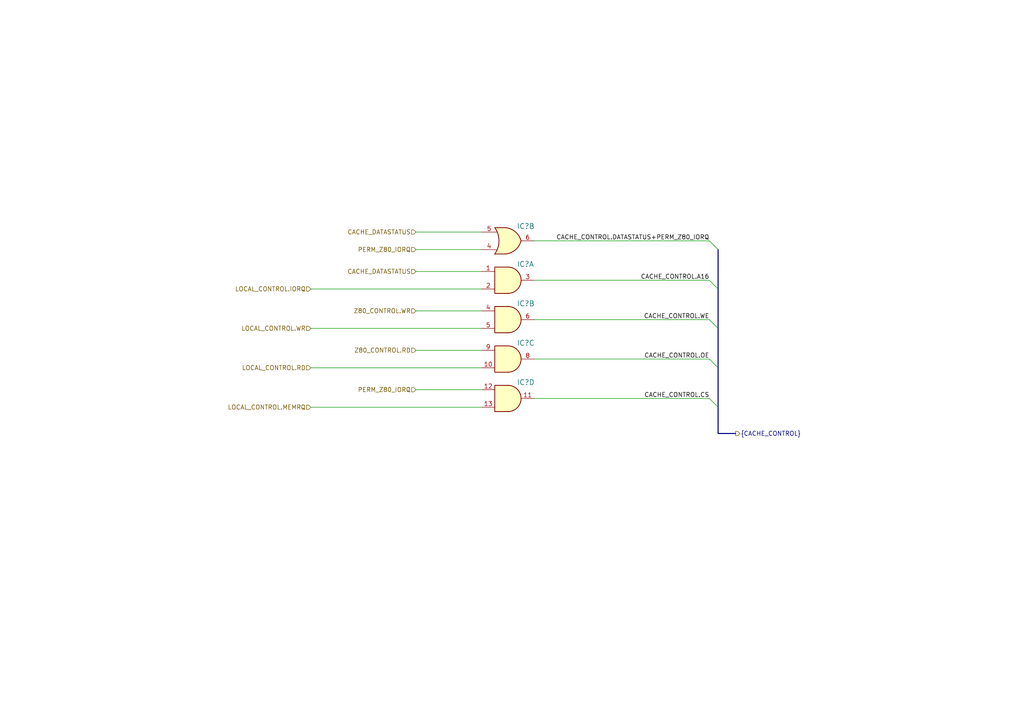
<source format=kicad_sch>
(kicad_sch (version 20230121) (generator eeschema)
  (paper "A4")
  (title_block (comment 1 "This can be implmented in the IO CACHE module") (comment 2 "Decoder logic for the IOCACHE"))
  (lib_symbols
    (symbol "74xx:74LS08" (pin_names (offset 1.016))
      (property "Reference" "U" (at 0 1.27 0))
      (property "Value" "74LS08" (at 0 -1.27 0))
      (symbol "74LS08_1_1"
        (arc (start 0 -3.81) (mid 3.7934 0) (end 0 3.81) (stroke (width 0.254)) (fill (type background)))
        (polyline (pts (xy 0 3.81) (xy -3.81 3.81) (xy -3.81 -3.81) (xy 0 -3.81)) (stroke (width 0.254)) (fill (type background)))
        (pin input line (at -7.62 2.54 0) (length 3.81) (name "~") (number "1"))
        (pin input line (at -7.62 -2.54 0) (length 3.81) (name "~") (number "2"))
        (pin output line (at 7.62 0 180) (length 3.81) (name "~") (number "3"))
      )
      (symbol "74LS08_1_2"
        (arc (start -3.81 -3.81) (mid -2.589 0) (end -3.81 3.81) (stroke (width 0.254)))
        (arc (start -0.6096 -3.81) (mid 2.1842 -2.5851) (end 3.81 0) (stroke (width 0.254)) (fill (type background)))
        (polyline (pts (xy -3.81 -3.81) (xy -0.635 -3.81)) (stroke (width 0.254)) (fill (type background)))
        (polyline (pts (xy -3.81 3.81) (xy -0.635 3.81)) (stroke (width 0.254)) (fill (type background)))
        (polyline (pts (xy -0.635 3.81) (xy -3.81 3.81) (xy -3.81 3.81) (xy -3.556 3.4036) (xy -3.0226 2.2606) (xy -2.6924 1.0414) (xy -2.6162 -0.254) (xy -2.7686 -1.4986) (xy -3.175 -2.7178) (xy -3.81 -3.81) (xy -3.81 -3.81) (xy -0.635 -3.81)) (stroke (width -25.4)) (fill (type background)))
        (arc (start 3.81 0) (mid 2.1915 2.5936) (end -0.6096 3.81) (stroke (width 0.254)) (fill (type background)))
        (pin input inverted (at -7.62 2.54 0) (length 4.318) (name "~") (number "1"))
        (pin input inverted (at -7.62 -2.54 0) (length 4.318) (name "~") (number "2"))
        (pin output inverted (at 7.62 0 180) (length 3.81) (name "~") (number "3"))
      )
      (symbol "74LS08_2_1"
        (arc (start 0 -3.81) (mid 3.7934 0) (end 0 3.81) (stroke (width 0.254)) (fill (type background)))
        (polyline (pts (xy 0 3.81) (xy -3.81 3.81) (xy -3.81 -3.81) (xy 0 -3.81)) (stroke (width 0.254)) (fill (type background)))
        (pin input line (at -7.62 2.54 0) (length 3.81) (name "~") (number "4"))
        (pin input line (at -7.62 -2.54 0) (length 3.81) (name "~") (number "5"))
        (pin output line (at 7.62 0 180) (length 3.81) (name "~") (number "6"))
      )
      (symbol "74LS08_2_2"
        (arc (start -3.81 -3.81) (mid -2.589 0) (end -3.81 3.81) (stroke (width 0.254)))
        (arc (start -0.6096 -3.81) (mid 2.1842 -2.5851) (end 3.81 0) (stroke (width 0.254)) (fill (type background)))
        (polyline (pts (xy -3.81 -3.81) (xy -0.635 -3.81)) (stroke (width 0.254)) (fill (type background)))
        (polyline (pts (xy -3.81 3.81) (xy -0.635 3.81)) (stroke (width 0.254)) (fill (type background)))
        (polyline (pts (xy -0.635 3.81) (xy -3.81 3.81) (xy -3.81 3.81) (xy -3.556 3.4036) (xy -3.0226 2.2606) (xy -2.6924 1.0414) (xy -2.6162 -0.254) (xy -2.7686 -1.4986) (xy -3.175 -2.7178) (xy -3.81 -3.81) (xy -3.81 -3.81) (xy -0.635 -3.81)) (stroke (width -25.4)) (fill (type background)))
        (arc (start 3.81 0) (mid 2.1915 2.5936) (end -0.6096 3.81) (stroke (width 0.254)) (fill (type background)))
        (pin input inverted (at -7.62 2.54 0) (length 4.318) (name "~") (number "4"))
        (pin input inverted (at -7.62 -2.54 0) (length 4.318) (name "~") (number "5"))
        (pin output inverted (at 7.62 0 180) (length 3.81) (name "~") (number "6"))
      )
      (symbol "74LS08_3_1"
        (arc (start 0 -3.81) (mid 3.7934 0) (end 0 3.81) (stroke (width 0.254)) (fill (type background)))
        (polyline (pts (xy 0 3.81) (xy -3.81 3.81) (xy -3.81 -3.81) (xy 0 -3.81)) (stroke (width 0.254)) (fill (type background)))
        (pin input line (at -7.62 -2.54 0) (length 3.81) (name "~") (number "10"))
        (pin output line (at 7.62 0 180) (length 3.81) (name "~") (number "8"))
        (pin input line (at -7.62 2.54 0) (length 3.81) (name "~") (number "9"))
      )
      (symbol "74LS08_3_2"
        (arc (start -3.81 -3.81) (mid -2.589 0) (end -3.81 3.81) (stroke (width 0.254)))
        (arc (start -0.6096 -3.81) (mid 2.1842 -2.5851) (end 3.81 0) (stroke (width 0.254)) (fill (type background)))
        (polyline (pts (xy -3.81 -3.81) (xy -0.635 -3.81)) (stroke (width 0.254)) (fill (type background)))
        (polyline (pts (xy -3.81 3.81) (xy -0.635 3.81)) (stroke (width 0.254)) (fill (type background)))
        (polyline (pts (xy -0.635 3.81) (xy -3.81 3.81) (xy -3.81 3.81) (xy -3.556 3.4036) (xy -3.0226 2.2606) (xy -2.6924 1.0414) (xy -2.6162 -0.254) (xy -2.7686 -1.4986) (xy -3.175 -2.7178) (xy -3.81 -3.81) (xy -3.81 -3.81) (xy -0.635 -3.81)) (stroke (width -25.4)) (fill (type background)))
        (arc (start 3.81 0) (mid 2.1915 2.5936) (end -0.6096 3.81) (stroke (width 0.254)) (fill (type background)))
        (pin input inverted (at -7.62 -2.54 0) (length 4.318) (name "~") (number "10"))
        (pin output inverted (at 7.62 0 180) (length 3.81) (name "~") (number "8"))
        (pin input inverted (at -7.62 2.54 0) (length 4.318) (name "~") (number "9"))
      )
      (symbol "74LS08_4_1"
        (arc (start 0 -3.81) (mid 3.7934 0) (end 0 3.81) (stroke (width 0.254)) (fill (type background)))
        (polyline (pts (xy 0 3.81) (xy -3.81 3.81) (xy -3.81 -3.81) (xy 0 -3.81)) (stroke (width 0.254)) (fill (type background)))
        (pin output line (at 7.62 0 180) (length 3.81) (name "~") (number "11"))
        (pin input line (at -7.62 2.54 0) (length 3.81) (name "~") (number "12"))
        (pin input line (at -7.62 -2.54 0) (length 3.81) (name "~") (number "13"))
      )
      (symbol "74LS08_4_2"
        (arc (start -3.81 -3.81) (mid -2.589 0) (end -3.81 3.81) (stroke (width 0.254)))
        (arc (start -0.6096 -3.81) (mid 2.1842 -2.5851) (end 3.81 0) (stroke (width 0.254)) (fill (type background)))
        (polyline (pts (xy -3.81 -3.81) (xy -0.635 -3.81)) (stroke (width 0.254)) (fill (type background)))
        (polyline (pts (xy -3.81 3.81) (xy -0.635 3.81)) (stroke (width 0.254)) (fill (type background)))
        (polyline (pts (xy -0.635 3.81) (xy -3.81 3.81) (xy -3.81 3.81) (xy -3.556 3.4036) (xy -3.0226 2.2606) (xy -2.6924 1.0414) (xy -2.6162 -0.254) (xy -2.7686 -1.4986) (xy -3.175 -2.7178) (xy -3.81 -3.81) (xy -3.81 -3.81) (xy -0.635 -3.81)) (stroke (width -25.4)) (fill (type background)))
        (arc (start 3.81 0) (mid 2.1915 2.5936) (end -0.6096 3.81) (stroke (width 0.254)) (fill (type background)))
        (pin output inverted (at 7.62 0 180) (length 3.81) (name "~") (number "11"))
        (pin input inverted (at -7.62 2.54 0) (length 4.318) (name "~") (number "12"))
        (pin input inverted (at -7.62 -2.54 0) (length 4.318) (name "~") (number "13"))
      )
      (symbol "74LS08_5_0"
        (pin power_in line (at 0 12.7 270) (length 5.08) (name "VCC") (number "14"))
        (pin power_in line (at 0 -12.7 90) (length 5.08) (name "GND") (number "7"))
      )
      (symbol "74LS08_5_1"
        (rectangle (start -5.08 7.62) (end 5.08 -7.62) (stroke (width 0.254)) (fill (type background)))
      )
    )
    (symbol "74xx:74LS32" (pin_names (offset 1.016))
      (property "Reference" "U" (at 0 1.27 0))
      (property "Value" "74LS32" (at 0 -1.27 0))
      (symbol "74LS32_1_1"
        (arc (start -3.81 -3.81) (mid -2.589 0) (end -3.81 3.81) (stroke (width 0.254)))
        (arc (start -0.6096 -3.81) (mid 2.1842 -2.5851) (end 3.81 0) (stroke (width 0.254)) (fill (type background)))
        (polyline (pts (xy -3.81 -3.81) (xy -0.635 -3.81)) (stroke (width 0.254)) (fill (type background)))
        (polyline (pts (xy -3.81 3.81) (xy -0.635 3.81)) (stroke (width 0.254)) (fill (type background)))
        (polyline (pts (xy -0.635 3.81) (xy -3.81 3.81) (xy -3.81 3.81) (xy -3.556 3.4036) (xy -3.0226 2.2606) (xy -2.6924 1.0414) (xy -2.6162 -0.254) (xy -2.7686 -1.4986) (xy -3.175 -2.7178) (xy -3.81 -3.81) (xy -3.81 -3.81) (xy -0.635 -3.81)) (stroke (width -25.4)) (fill (type background)))
        (arc (start 3.81 0) (mid 2.1915 2.5936) (end -0.6096 3.81) (stroke (width 0.254)) (fill (type background)))
        (pin input line (at -7.62 2.54 0) (length 4.318) (name "~") (number "1"))
        (pin input line (at -7.62 -2.54 0) (length 4.318) (name "~") (number "2"))
        (pin output line (at 7.62 0 180) (length 3.81) (name "~") (number "3"))
      )
      (symbol "74LS32_1_2"
        (arc (start 0 -3.81) (mid 3.7934 0) (end 0 3.81) (stroke (width 0.254)) (fill (type background)))
        (polyline (pts (xy 0 3.81) (xy -3.81 3.81) (xy -3.81 -3.81) (xy 0 -3.81)) (stroke (width 0.254)) (fill (type background)))
        (pin input inverted (at -7.62 2.54 0) (length 3.81) (name "~") (number "1"))
        (pin input inverted (at -7.62 -2.54 0) (length 3.81) (name "~") (number "2"))
        (pin output inverted (at 7.62 0 180) (length 3.81) (name "~") (number "3"))
      )
      (symbol "74LS32_2_1"
        (arc (start -3.81 -3.81) (mid -2.589 0) (end -3.81 3.81) (stroke (width 0.254)))
        (arc (start -0.6096 -3.81) (mid 2.1842 -2.5851) (end 3.81 0) (stroke (width 0.254)) (fill (type background)))
        (polyline (pts (xy -3.81 -3.81) (xy -0.635 -3.81)) (stroke (width 0.254)) (fill (type background)))
        (polyline (pts (xy -3.81 3.81) (xy -0.635 3.81)) (stroke (width 0.254)) (fill (type background)))
        (polyline (pts (xy -0.635 3.81) (xy -3.81 3.81) (xy -3.81 3.81) (xy -3.556 3.4036) (xy -3.0226 2.2606) (xy -2.6924 1.0414) (xy -2.6162 -0.254) (xy -2.7686 -1.4986) (xy -3.175 -2.7178) (xy -3.81 -3.81) (xy -3.81 -3.81) (xy -0.635 -3.81)) (stroke (width -25.4)) (fill (type background)))
        (arc (start 3.81 0) (mid 2.1915 2.5936) (end -0.6096 3.81) (stroke (width 0.254)) (fill (type background)))
        (pin input line (at -7.62 2.54 0) (length 4.318) (name "~") (number "4"))
        (pin input line (at -7.62 -2.54 0) (length 4.318) (name "~") (number "5"))
        (pin output line (at 7.62 0 180) (length 3.81) (name "~") (number "6"))
      )
      (symbol "74LS32_2_2"
        (arc (start 0 -3.81) (mid 3.7934 0) (end 0 3.81) (stroke (width 0.254)) (fill (type background)))
        (polyline (pts (xy 0 3.81) (xy -3.81 3.81) (xy -3.81 -3.81) (xy 0 -3.81)) (stroke (width 0.254)) (fill (type background)))
        (pin input inverted (at -7.62 2.54 0) (length 3.81) (name "~") (number "4"))
        (pin input inverted (at -7.62 -2.54 0) (length 3.81) (name "~") (number "5"))
        (pin output inverted (at 7.62 0 180) (length 3.81) (name "~") (number "6"))
      )
      (symbol "74LS32_3_1"
        (arc (start -3.81 -3.81) (mid -2.589 0) (end -3.81 3.81) (stroke (width 0.254)))
        (arc (start -0.6096 -3.81) (mid 2.1842 -2.5851) (end 3.81 0) (stroke (width 0.254)) (fill (type background)))
        (polyline (pts (xy -3.81 -3.81) (xy -0.635 -3.81)) (stroke (width 0.254)) (fill (type background)))
        (polyline (pts (xy -3.81 3.81) (xy -0.635 3.81)) (stroke (width 0.254)) (fill (type background)))
        (polyline (pts (xy -0.635 3.81) (xy -3.81 3.81) (xy -3.81 3.81) (xy -3.556 3.4036) (xy -3.0226 2.2606) (xy -2.6924 1.0414) (xy -2.6162 -0.254) (xy -2.7686 -1.4986) (xy -3.175 -2.7178) (xy -3.81 -3.81) (xy -3.81 -3.81) (xy -0.635 -3.81)) (stroke (width -25.4)) (fill (type background)))
        (arc (start 3.81 0) (mid 2.1915 2.5936) (end -0.6096 3.81) (stroke (width 0.254)) (fill (type background)))
        (pin input line (at -7.62 -2.54 0) (length 4.318) (name "~") (number "10"))
        (pin output line (at 7.62 0 180) (length 3.81) (name "~") (number "8"))
        (pin input line (at -7.62 2.54 0) (length 4.318) (name "~") (number "9"))
      )
      (symbol "74LS32_3_2"
        (arc (start 0 -3.81) (mid 3.7934 0) (end 0 3.81) (stroke (width 0.254)) (fill (type background)))
        (polyline (pts (xy 0 3.81) (xy -3.81 3.81) (xy -3.81 -3.81) (xy 0 -3.81)) (stroke (width 0.254)) (fill (type background)))
        (pin input inverted (at -7.62 -2.54 0) (length 3.81) (name "~") (number "10"))
        (pin output inverted (at 7.62 0 180) (length 3.81) (name "~") (number "8"))
        (pin input inverted (at -7.62 2.54 0) (length 3.81) (name "~") (number "9"))
      )
      (symbol "74LS32_4_1"
        (arc (start -3.81 -3.81) (mid -2.589 0) (end -3.81 3.81) (stroke (width 0.254)))
        (arc (start -0.6096 -3.81) (mid 2.1842 -2.5851) (end 3.81 0) (stroke (width 0.254)) (fill (type background)))
        (polyline (pts (xy -3.81 -3.81) (xy -0.635 -3.81)) (stroke (width 0.254)) (fill (type background)))
        (polyline (pts (xy -3.81 3.81) (xy -0.635 3.81)) (stroke (width 0.254)) (fill (type background)))
        (polyline (pts (xy -0.635 3.81) (xy -3.81 3.81) (xy -3.81 3.81) (xy -3.556 3.4036) (xy -3.0226 2.2606) (xy -2.6924 1.0414) (xy -2.6162 -0.254) (xy -2.7686 -1.4986) (xy -3.175 -2.7178) (xy -3.81 -3.81) (xy -3.81 -3.81) (xy -0.635 -3.81)) (stroke (width -25.4)) (fill (type background)))
        (arc (start 3.81 0) (mid 2.1915 2.5936) (end -0.6096 3.81) (stroke (width 0.254)) (fill (type background)))
        (pin output line (at 7.62 0 180) (length 3.81) (name "~") (number "11"))
        (pin input line (at -7.62 2.54 0) (length 4.318) (name "~") (number "12"))
        (pin input line (at -7.62 -2.54 0) (length 4.318) (name "~") (number "13"))
      )
      (symbol "74LS32_4_2"
        (arc (start 0 -3.81) (mid 3.7934 0) (end 0 3.81) (stroke (width 0.254)) (fill (type background)))
        (polyline (pts (xy 0 3.81) (xy -3.81 3.81) (xy -3.81 -3.81) (xy 0 -3.81)) (stroke (width 0.254)) (fill (type background)))
        (pin output inverted (at 7.62 0 180) (length 3.81) (name "~") (number "11"))
        (pin input inverted (at -7.62 2.54 0) (length 3.81) (name "~") (number "12"))
        (pin input inverted (at -7.62 -2.54 0) (length 3.81) (name "~") (number "13"))
      )
      (symbol "74LS32_5_0"
        (pin power_in line (at 0 12.7 270) (length 5.08) (name "VCC") (number "14"))
        (pin power_in line (at 0 -12.7 90) (length 5.08) (name "GND") (number "7"))
      )
      (symbol "74LS32_5_1"
        (rectangle (start -5.08 7.62) (end 5.08 -7.62) (stroke (width 0.254)) (fill (type background)))
      )
    )
  )
  (bus_entry (at 205.74 115.57) (size 2.54 2.54))
  (bus_entry (at 205.74 104.14) (size 2.54 2.54))
  (bus_entry (at 205.74 69.85) (size 2.54 2.54))
  (bus_entry (at 205.74 81.28) (size 2.54 2.54))
  (bus_entry (at 205.74 92.71) (size 2.54 2.54))
  (wire (pts (xy 139.7 78.74) (xy 120.65 78.74)))
  (wire (pts (xy 90.17 106.68) (xy 139.7 106.68)))
  (bus (pts (xy 208.28 83.82) (xy 208.28 95.25)))
  (bus (pts (xy 213.36 125.73) (xy 208.28 125.73)))
  (wire (pts (xy 139.7 90.17) (xy 120.65 90.17)))
  (bus (pts (xy 208.28 95.25) (xy 208.28 106.68)))
  (bus (pts (xy 208.28 72.39) (xy 208.28 83.82)))
  (bus (pts (xy 208.28 125.73) (xy 208.28 118.11)))
  (wire (pts (xy 154.94 92.71) (xy 205.74 92.71)))
  (wire (pts (xy 90.17 83.82) (xy 139.7 83.82)))
  (wire (pts (xy 139.7 113.03) (xy 120.65 113.03)))
  (wire (pts (xy 90.17 95.25) (xy 139.7 95.25)))
  (wire (pts (xy 154.94 115.57) (xy 205.74 115.57)))
  (wire (pts (xy 90.17 118.11) (xy 139.7 118.11)))
  (wire (pts (xy 120.65 72.39) (xy 139.7 72.39)))
  (wire (pts (xy 120.65 101.6) (xy 139.7 101.6)))
  (wire (pts (xy 154.94 104.14) (xy 205.74 104.14)))
  (wire (pts (xy 154.94 81.28) (xy 205.74 81.28)))
  (bus (pts (xy 208.28 106.68) (xy 208.28 118.11)))
  (wire (pts (xy 205.74 69.85) (xy 154.94 69.85)))
  (wire (pts (xy 120.65 67.31) (xy 139.7 67.31)))
  (label "CACHE_CONTROL.CS" (at 205.74 115.57 180))
  (label "CACHE_CONTROL.OE" (at 205.74 104.14 180))
  (label "CACHE_CONTROL.A16" (at 205.74 81.28 180))
  (label "CACHE_CONTROL.WE" (at 205.74 92.71 180))
  (label "CACHE_CONTROL.DATASTATUS+PERM_Z80_IORQ" (at 205.74 69.85 180))
  (hierarchical_label "Z80_CONTROL.WR" (shape input) (at 120.65 90.17 180))
  (hierarchical_label "LOCAL_CONTROL.IORQ" (shape input) (at 90.17 83.82 180))
  (hierarchical_label "LOCAL_CONTROL.MEMRQ" (shape input) (at 90.17 118.11 180))
  (hierarchical_label "CACHE_DATASTATUS" (shape input) (at 120.65 67.31 180))
  (hierarchical_label "{CACHE_CONTROL}" (shape output) (at 213.36 125.73 0))
  (hierarchical_label "CACHE_DATASTATUS" (shape input) (at 120.65 78.74 180))
  (hierarchical_label "Z80_CONTROL.RD" (shape input) (at 120.65 101.6 180))
  (hierarchical_label "PERM_Z80_IORQ" (shape input) (at 120.65 72.39 180))
  (hierarchical_label "LOCAL_CONTROL.RD" (shape input) (at 90.17 106.68 180))
  (hierarchical_label "PERM_Z80_IORQ" (shape input) (at 120.65 113.03 180))
  (hierarchical_label "LOCAL_CONTROL.WR" (shape input) (at 90.17 95.25 180))
  (symbol (lib_id "74xx:74LS08") (at 147.32 115.57 0) (unit 4)
    (property "Reference" "IC?" (at 149.86 111.76 0) (effects (font (size 1.4986 1.4986)) (justify left bottom)))
    (property "Value" "74HC08N" (effects hide))
    (property "Footprint" "Package_DIP:DIP-14_W7.62mm_Socket" (effects hide))
    (property "Datasheet" "http://www.ti.com/lit/gpn/sn74LS08" (effects hide))
    (instances (project "FujiNet_Z80Bus_Basic" (path "" (reference "IC?") (unit 4))) (project "GLUE_ZXspectrum_impl" (path "" (reference "IC?") (unit 4)) (path "" (reference "IC?") (unit 4))) (project "ZXspectrum_Concept_v2.kicad_pro" (path "" (reference "IC4") (unit 4))) (project "GLUE_ZXspectrum" (path "" (reference "IC?") (unit 4))))
  )
  (symbol (lib_id "74xx:74LS08") (at 147.32 104.14 0) (unit 3)
    (property "Reference" "IC?" (at 149.86 100.33 0) (effects (font (size 1.4986 1.4986)) (justify left bottom)))
    (property "Value" "74HC08N" (effects hide))
    (property "Footprint" "Package_DIP:DIP-14_W7.62mm_Socket" (effects hide))
    (property "Datasheet" "http://www.ti.com/lit/gpn/sn74LS08" (effects hide))
    (instances (project "FujiNet_Z80Bus_Basic" (path "" (reference "IC?") (unit 3))) (project "GLUE_ZXspectrum_impl" (path "" (reference "IC?") (unit 3)) (path "" (reference "IC?") (unit 3))) (project "ZXspectrum_Concept_v2.kicad_pro" (path "" (reference "IC4") (unit 3))) (project "GLUE_ZXspectrum" (path "" (reference "IC?") (unit 3))))
  )
  (symbol (lib_id "74xx:74LS32") (at 147.32 69.85 0) (mirror x) (unit 2)
    (property "Reference" "IC?" (at 149.86 64.77 0) (effects (font (size 1.4986 1.4986)) (justify left bottom)))
    (property "Value" "74HC32N" (effects hide))
    (property "Footprint" "Package_DIP:DIP-14_W7.62mm_Socket" (effects hide))
    (property "Datasheet" "http://www.ti.com/lit/gpn/sn74LS32" (effects hide))
    (instances (project "FujiNet_Z80Bus_Basic" (path "" (reference "IC?") (unit 2))) (project "GLUE_ZXspectrum_impl" (path "" (reference "IC?") (unit 2)) (path "" (reference "IC?") (unit 2))) (project "ZXspectrum_Concept_v2.kicad_pro" (path "" (reference "IC2") (unit 2))) (project "GLUE_ZXspectrum" (path "" (reference "IC?") (unit 2))))
  )
  (symbol (lib_id "74xx:74LS08") (at 147.32 81.28 0) (unit 1)
    (property "Reference" "IC?" (at 149.86 77.47 0) (effects (font (size 1.4986 1.4986)) (justify left bottom)))
    (property "Value" "74HC08N" (effects hide))
    (property "Footprint" "Package_DIP:DIP-14_W7.62mm_Socket" (effects hide))
    (property "Datasheet" "http://www.ti.com/lit/gpn/sn74LS08" (effects hide))
    (instances (project "FujiNet_Z80Bus_Basic" (path "" (reference "IC?") (unit 1))) (project "GLUE_ZXspectrum_impl" (path "" (reference "IC?") (unit 1)) (path "" (reference "IC?") (unit 1))) (project "ZXspectrum_Concept_v2.kicad_pro" (path "" (reference "IC6") (unit 4))) (project "GLUE_ZXspectrum" (path "" (reference "IC?") (unit 1))))
  )
  (symbol (lib_id "74xx:74LS08") (at 147.32 92.71 0) (unit 2)
    (property "Reference" "IC?" (at 149.86 88.9 0) (effects (font (size 1.4986 1.4986)) (justify left bottom)))
    (property "Value" "74HC08N" (effects hide))
    (property "Footprint" "Package_DIP:DIP-14_W7.62mm_Socket" (effects hide))
    (property "Datasheet" "http://www.ti.com/lit/gpn/sn74LS08" (effects hide))
    (instances (project "FujiNet_Z80Bus_Basic" (path "" (reference "IC?") (unit 2))) (project "GLUE_ZXspectrum_impl" (path "" (reference "IC?") (unit 2)) (path "" (reference "IC?") (unit 2))) (project "ZXspectrum_Concept_v2.kicad_pro" (path "" (reference "IC6") (unit 2))) (project "GLUE_ZXspectrum" (path "" (reference "IC?") (unit 2))))
  )
)
</source>
